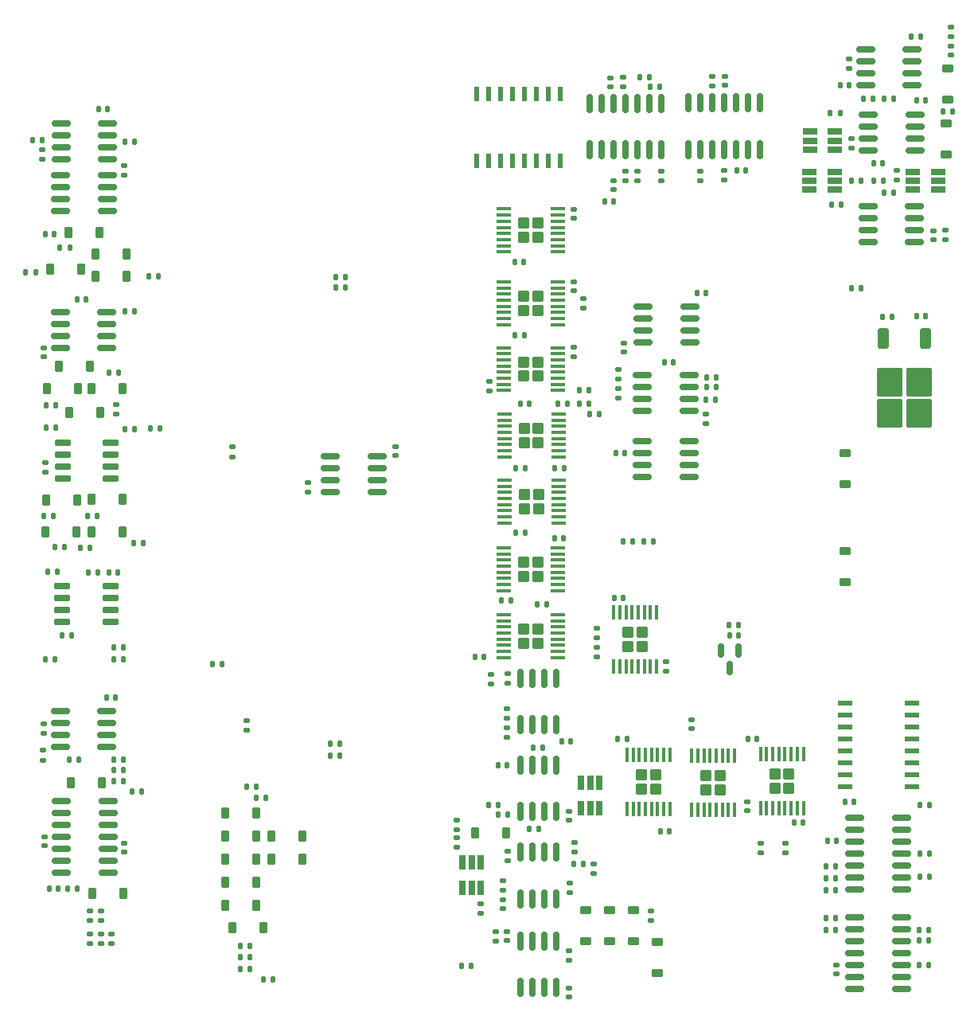
<source format=gbr>
%TF.GenerationSoftware,KiCad,Pcbnew,7.0.10*%
%TF.CreationDate,2024-04-12T22:07:13+02:00*%
%TF.ProjectId,L235-Analog-Processor,4c323335-2d41-46e6-916c-6f672d50726f,rev?*%
%TF.SameCoordinates,Original*%
%TF.FileFunction,Paste,Top*%
%TF.FilePolarity,Positive*%
%FSLAX46Y46*%
G04 Gerber Fmt 4.6, Leading zero omitted, Abs format (unit mm)*
G04 Created by KiCad (PCBNEW 7.0.10) date 2024-04-12 22:07:13*
%MOMM*%
%LPD*%
G01*
G04 APERTURE LIST*
G04 Aperture macros list*
%AMRoundRect*
0 Rectangle with rounded corners*
0 $1 Rounding radius*
0 $2 $3 $4 $5 $6 $7 $8 $9 X,Y pos of 4 corners*
0 Add a 4 corners polygon primitive as box body*
4,1,4,$2,$3,$4,$5,$6,$7,$8,$9,$2,$3,0*
0 Add four circle primitives for the rounded corners*
1,1,$1+$1,$2,$3*
1,1,$1+$1,$4,$5*
1,1,$1+$1,$6,$7*
1,1,$1+$1,$8,$9*
0 Add four rect primitives between the rounded corners*
20,1,$1+$1,$2,$3,$4,$5,0*
20,1,$1+$1,$4,$5,$6,$7,0*
20,1,$1+$1,$6,$7,$8,$9,0*
20,1,$1+$1,$8,$9,$2,$3,0*%
G04 Aperture macros list end*
%ADD10R,0.650000X1.560000*%
%ADD11RoundRect,0.135000X-0.185000X0.135000X-0.185000X-0.135000X0.185000X-0.135000X0.185000X0.135000X0*%
%ADD12RoundRect,0.135000X0.185000X-0.135000X0.185000X0.135000X-0.185000X0.135000X-0.185000X-0.135000X0*%
%ADD13RoundRect,0.140000X-0.170000X0.140000X-0.170000X-0.140000X0.170000X-0.140000X0.170000X0.140000X0*%
%ADD14RoundRect,0.150000X0.825000X0.150000X-0.825000X0.150000X-0.825000X-0.150000X0.825000X-0.150000X0*%
%ADD15RoundRect,0.140000X0.140000X0.170000X-0.140000X0.170000X-0.140000X-0.170000X0.140000X-0.170000X0*%
%ADD16RoundRect,0.135000X-0.135000X-0.185000X0.135000X-0.185000X0.135000X0.185000X-0.135000X0.185000X0*%
%ADD17RoundRect,0.140000X-0.140000X-0.170000X0.140000X-0.170000X0.140000X0.170000X-0.140000X0.170000X0*%
%ADD18RoundRect,0.250001X0.354999X0.354999X-0.354999X0.354999X-0.354999X-0.354999X0.354999X-0.354999X0*%
%ADD19RoundRect,0.100000X0.675000X0.100000X-0.675000X0.100000X-0.675000X-0.100000X0.675000X-0.100000X0*%
%ADD20RoundRect,0.225000X0.225000X0.375000X-0.225000X0.375000X-0.225000X-0.375000X0.225000X-0.375000X0*%
%ADD21RoundRect,0.150000X-0.725000X-0.150000X0.725000X-0.150000X0.725000X0.150000X-0.725000X0.150000X0*%
%ADD22RoundRect,0.250001X0.354999X-0.354999X0.354999X0.354999X-0.354999X0.354999X-0.354999X-0.354999X0*%
%ADD23RoundRect,0.100000X0.100000X-0.675000X0.100000X0.675000X-0.100000X0.675000X-0.100000X-0.675000X0*%
%ADD24RoundRect,0.150000X0.150000X-0.825000X0.150000X0.825000X-0.150000X0.825000X-0.150000X-0.825000X0*%
%ADD25RoundRect,0.225000X-0.375000X0.225000X-0.375000X-0.225000X0.375000X-0.225000X0.375000X0.225000X0*%
%ADD26RoundRect,0.135000X0.135000X0.185000X-0.135000X0.185000X-0.135000X-0.185000X0.135000X-0.185000X0*%
%ADD27RoundRect,0.225000X-0.225000X-0.375000X0.225000X-0.375000X0.225000X0.375000X-0.225000X0.375000X0*%
%ADD28RoundRect,0.140000X0.170000X-0.140000X0.170000X0.140000X-0.170000X0.140000X-0.170000X-0.140000X0*%
%ADD29R,0.600000X1.500000*%
%ADD30RoundRect,0.150000X-0.825000X-0.150000X0.825000X-0.150000X0.825000X0.150000X-0.825000X0.150000X0*%
%ADD31RoundRect,0.150000X-0.150000X0.587500X-0.150000X-0.587500X0.150000X-0.587500X0.150000X0.587500X0*%
%ADD32RoundRect,0.250001X-0.354999X0.354999X-0.354999X-0.354999X0.354999X-0.354999X0.354999X0.354999X0*%
%ADD33RoundRect,0.100000X-0.100000X0.675000X-0.100000X-0.675000X0.100000X-0.675000X0.100000X0.675000X0*%
%ADD34RoundRect,0.150000X-0.150000X0.825000X-0.150000X-0.825000X0.150000X-0.825000X0.150000X0.825000X0*%
%ADD35R,1.560000X0.650000*%
%ADD36RoundRect,0.250000X-0.350000X0.850000X-0.350000X-0.850000X0.350000X-0.850000X0.350000X0.850000X0*%
%ADD37RoundRect,0.250000X-1.125000X1.275000X-1.125000X-1.275000X1.125000X-1.275000X1.125000X1.275000X0*%
%ADD38RoundRect,0.225000X0.375000X-0.225000X0.375000X0.225000X-0.375000X0.225000X-0.375000X-0.225000X0*%
%ADD39R,1.500000X0.600000*%
G04 APERTURE END LIST*
D10*
%TO.C,TR4*%
X191840000Y-117070000D03*
X192790000Y-117070000D03*
X193740000Y-117070000D03*
X193740000Y-114370000D03*
X192790000Y-114370000D03*
X191840000Y-114370000D03*
%TD*%
D11*
%TO.C,R14*%
X195790000Y-72450000D03*
X195790000Y-73470000D03*
%TD*%
D12*
%TO.C,R42*%
X199300000Y-129000000D03*
X199300000Y-127980000D03*
%TD*%
D13*
%TO.C,C25*%
X229350000Y-55690000D03*
X229350000Y-56650000D03*
%TD*%
D14*
%TO.C,U6*%
X227050000Y-40230000D03*
X227050000Y-38960000D03*
X227050000Y-37690000D03*
X227050000Y-36420000D03*
X222100000Y-36420000D03*
X222100000Y-37690000D03*
X222100000Y-38960000D03*
X222100000Y-40230000D03*
%TD*%
D15*
%TO.C,C35*%
X142280000Y-105350000D03*
X141320000Y-105350000D03*
%TD*%
D16*
%TO.C,R87*%
X134830000Y-101250000D03*
X135850000Y-101250000D03*
%TD*%
D17*
%TO.C,C41*%
X143310000Y-76810000D03*
X144270000Y-76810000D03*
%TD*%
D18*
%TO.C,U26*%
X187225000Y-71150000D03*
X187225000Y-69650000D03*
X185725000Y-71150000D03*
X185725000Y-69650000D03*
D19*
X189350000Y-72675000D03*
X189350000Y-72025000D03*
X189350000Y-71375000D03*
X189350000Y-70725000D03*
X189350000Y-70075000D03*
X189350000Y-69425000D03*
X189350000Y-68775000D03*
X189350000Y-68125000D03*
X183600000Y-68125000D03*
X183600000Y-68775000D03*
X183600000Y-69425000D03*
X183600000Y-70075000D03*
X183600000Y-70725000D03*
X183600000Y-71375000D03*
X183600000Y-72025000D03*
X183600000Y-72675000D03*
%TD*%
D20*
%TO.C,D17*%
X162160000Y-122540000D03*
X158860000Y-122540000D03*
%TD*%
D17*
%TO.C,C1*%
X230365000Y-43025000D03*
X231325000Y-43025000D03*
%TD*%
%TO.C,C80*%
X204165000Y-62325000D03*
X205125000Y-62325000D03*
%TD*%
D11*
%TO.C,R35*%
X142350000Y-74140000D03*
X142350000Y-75160000D03*
%TD*%
D16*
%TO.C,R85*%
X134910000Y-76650000D03*
X135930000Y-76650000D03*
%TD*%
D17*
%TO.C,C66*%
X183376000Y-95028000D03*
X184336000Y-95028000D03*
%TD*%
D21*
%TO.C,U15*%
X136600000Y-93440000D03*
X136600000Y-94710000D03*
X136600000Y-95980000D03*
X136600000Y-97250000D03*
X141750000Y-97250000D03*
X141750000Y-95980000D03*
X141750000Y-94710000D03*
X141750000Y-93440000D03*
%TD*%
D22*
%TO.C,U33*%
X205125000Y-115135000D03*
X206625000Y-115135000D03*
X205125000Y-113635000D03*
X206625000Y-113635000D03*
D23*
X203600000Y-117260000D03*
X204250000Y-117260000D03*
X204900000Y-117260000D03*
X205550000Y-117260000D03*
X206200000Y-117260000D03*
X206850000Y-117260000D03*
X207500000Y-117260000D03*
X208150000Y-117260000D03*
X208150000Y-111510000D03*
X207500000Y-111510000D03*
X206850000Y-111510000D03*
X206200000Y-111510000D03*
X205550000Y-111510000D03*
X204900000Y-111510000D03*
X204250000Y-111510000D03*
X203600000Y-111510000D03*
%TD*%
D17*
%TO.C,C50*%
X187186000Y-95434400D03*
X188146000Y-95434400D03*
%TD*%
D24*
%TO.C,U9*%
X185385000Y-126700000D03*
X186655000Y-126700000D03*
X187925000Y-126700000D03*
X189195000Y-126700000D03*
X189195000Y-121750000D03*
X187925000Y-121750000D03*
X186655000Y-121750000D03*
X185385000Y-121750000D03*
%TD*%
D16*
%TO.C,R21*%
X220600000Y-61830000D03*
X221620000Y-61830000D03*
%TD*%
D25*
%TO.C,D21*%
X192328800Y-127942800D03*
X192328800Y-131242800D03*
%TD*%
D18*
%TO.C,U28*%
X187282561Y-85225000D03*
X187282561Y-83725000D03*
X185782561Y-85225000D03*
X185782561Y-83725000D03*
D19*
X189407561Y-86750000D03*
X189407561Y-86100000D03*
X189407561Y-85450000D03*
X189407561Y-84800000D03*
X189407561Y-84150000D03*
X189407561Y-83500000D03*
X189407561Y-82850000D03*
X189407561Y-82200000D03*
X183657561Y-82200000D03*
X183657561Y-82850000D03*
X183657561Y-83500000D03*
X183657561Y-84150000D03*
X183657561Y-84800000D03*
X183657561Y-85450000D03*
X183657561Y-86100000D03*
X183657561Y-86750000D03*
%TD*%
D26*
%TO.C,R72*%
X158244000Y-115978000D03*
X157224000Y-115978000D03*
%TD*%
D17*
%TO.C,C6*%
X183020000Y-117750000D03*
X183980000Y-117750000D03*
%TD*%
D15*
%TO.C,C69*%
X185850000Y-87780000D03*
X184890000Y-87780000D03*
%TD*%
D24*
%TO.C,U10*%
X185385000Y-117450000D03*
X186655000Y-117450000D03*
X187925000Y-117450000D03*
X189195000Y-117450000D03*
X189195000Y-112500000D03*
X187925000Y-112500000D03*
X186655000Y-112500000D03*
X185385000Y-112500000D03*
%TD*%
D26*
%TO.C,R88*%
X133770000Y-60130000D03*
X132750000Y-60130000D03*
%TD*%
D25*
%TO.C,D10*%
X230850000Y-38400000D03*
X230850000Y-41700000D03*
%TD*%
D11*
%TO.C,R24*%
X220600000Y-45880000D03*
X220600000Y-46900000D03*
%TD*%
D16*
%TO.C,R76*%
X158060000Y-135330000D03*
X159080000Y-135330000D03*
%TD*%
%TO.C,R26*%
X222950000Y-50350000D03*
X223970000Y-50350000D03*
%TD*%
D15*
%TO.C,C48*%
X195300000Y-52550000D03*
X194340000Y-52550000D03*
%TD*%
D26*
%TO.C,R5*%
X137410000Y-57525000D03*
X136390000Y-57525000D03*
%TD*%
D16*
%TO.C,R106*%
X227795000Y-130030000D03*
X228815000Y-130030000D03*
%TD*%
%TO.C,R92*%
X152640000Y-101725000D03*
X153660000Y-101725000D03*
%TD*%
%TO.C,R37*%
X144240000Y-88860000D03*
X145260000Y-88860000D03*
%TD*%
D27*
%TO.C,D8*%
X140125000Y-60500000D03*
X143425000Y-60500000D03*
%TD*%
D13*
%TO.C,C28*%
X183980400Y-121698000D03*
X183980400Y-122658000D03*
%TD*%
D17*
%TO.C,C4*%
X141600000Y-92000000D03*
X142560000Y-92000000D03*
%TD*%
%TO.C,C43*%
X207637500Y-98675000D03*
X208597500Y-98675000D03*
%TD*%
D28*
%TO.C,C54*%
X191041600Y-54337200D03*
X191041600Y-53377200D03*
%TD*%
D26*
%TO.C,R3*%
X144277500Y-46227501D03*
X143257500Y-46227501D03*
%TD*%
%TO.C,R23*%
X225111974Y-41685000D03*
X224091974Y-41685000D03*
%TD*%
D11*
%TO.C,R59*%
X141859000Y-130429000D03*
X141859000Y-131449000D03*
%TD*%
D13*
%TO.C,C71*%
X203600000Y-107690000D03*
X203600000Y-108650000D03*
%TD*%
D16*
%TO.C,R75*%
X155573000Y-131699000D03*
X156593000Y-131699000D03*
%TD*%
D11*
%TO.C,R49*%
X178562000Y-120241600D03*
X178562000Y-121261600D03*
%TD*%
D13*
%TO.C,C9*%
X139573000Y-130485000D03*
X139573000Y-131445000D03*
%TD*%
%TO.C,C58*%
X209490000Y-116390000D03*
X209490000Y-117350000D03*
%TD*%
D26*
%TO.C,R63*%
X192695000Y-74050000D03*
X191675000Y-74050000D03*
%TD*%
%TO.C,R108*%
X218920000Y-130020000D03*
X217900000Y-130020000D03*
%TD*%
D28*
%TO.C,C27*%
X190500000Y-137160000D03*
X190500000Y-136200000D03*
%TD*%
D15*
%TO.C,C75*%
X228860000Y-116725000D03*
X227900000Y-116725000D03*
%TD*%
D22*
%TO.C,U32*%
X212447500Y-114935000D03*
X213947500Y-114935000D03*
X212447500Y-113435000D03*
X213947500Y-113435000D03*
D23*
X210922500Y-117060000D03*
X211572500Y-117060000D03*
X212222500Y-117060000D03*
X212872500Y-117060000D03*
X213522500Y-117060000D03*
X214172500Y-117060000D03*
X214822500Y-117060000D03*
X215472500Y-117060000D03*
X215472500Y-111310000D03*
X214822500Y-111310000D03*
X214172500Y-111310000D03*
X213522500Y-111310000D03*
X212872500Y-111310000D03*
X212222500Y-111310000D03*
X211572500Y-111310000D03*
X210922500Y-111310000D03*
%TD*%
D17*
%TO.C,C76*%
X227815000Y-133750000D03*
X228775000Y-133750000D03*
%TD*%
D13*
%TO.C,C24*%
X162790000Y-82480000D03*
X162790000Y-83440000D03*
%TD*%
D29*
%TO.C,U19*%
X189572500Y-41185000D03*
X188302500Y-41185000D03*
X187032500Y-41185000D03*
X185762500Y-41185000D03*
X184492500Y-41185000D03*
X183222500Y-41185000D03*
X181952500Y-41185000D03*
X180682500Y-41185000D03*
X180682500Y-48285000D03*
X181952500Y-48285000D03*
X183222500Y-48285000D03*
X184492500Y-48285000D03*
X185762500Y-48285000D03*
X187032500Y-48285000D03*
X188302500Y-48285000D03*
X189572500Y-48285000D03*
%TD*%
D10*
%TO.C,TR3*%
X181125000Y-122850000D03*
X180175000Y-122850000D03*
X179225000Y-122850000D03*
X179225000Y-125550000D03*
X180175000Y-125550000D03*
X181125000Y-125550000D03*
%TD*%
D18*
%TO.C,U24*%
X187275000Y-78200000D03*
X187275000Y-76700000D03*
X185775000Y-78200000D03*
X185775000Y-76700000D03*
D19*
X189400000Y-79725000D03*
X189400000Y-79075000D03*
X189400000Y-78425000D03*
X189400000Y-77775000D03*
X189400000Y-77125000D03*
X189400000Y-76475000D03*
X189400000Y-75825000D03*
X189400000Y-75175000D03*
X183650000Y-75175000D03*
X183650000Y-75825000D03*
X183650000Y-76475000D03*
X183650000Y-77125000D03*
X183650000Y-77775000D03*
X183650000Y-78425000D03*
X183650000Y-79075000D03*
X183650000Y-79725000D03*
%TD*%
D25*
%TO.C,D20*%
X194868800Y-127968200D03*
X194868800Y-131268200D03*
%TD*%
D28*
%TO.C,C37*%
X143170000Y-121770000D03*
X143170000Y-120810000D03*
%TD*%
D15*
%TO.C,C52*%
X185860000Y-80900000D03*
X184900000Y-80900000D03*
%TD*%
D17*
%TO.C,C16*%
X134820000Y-56050000D03*
X135780000Y-56050000D03*
%TD*%
D12*
%TO.C,R101*%
X193500000Y-98950000D03*
X193500000Y-97930000D03*
%TD*%
D15*
%TO.C,C22*%
X227920000Y-35030000D03*
X226960000Y-35030000D03*
%TD*%
D17*
%TO.C,C60*%
X195725000Y-109700000D03*
X196685000Y-109700000D03*
%TD*%
D13*
%TO.C,C14*%
X134680000Y-68140000D03*
X134680000Y-69100000D03*
%TD*%
D28*
%TO.C,C77*%
X218950000Y-134710000D03*
X218950000Y-133750000D03*
%TD*%
D26*
%TO.C,R107*%
X228835000Y-131180000D03*
X227815000Y-131180000D03*
%TD*%
D30*
%TO.C,U29*%
X220975000Y-118095000D03*
X220975000Y-119365000D03*
X220975000Y-120635000D03*
X220975000Y-121905000D03*
X220975000Y-123175000D03*
X220975000Y-124445000D03*
X220975000Y-125715000D03*
X225925000Y-125715000D03*
X225925000Y-124445000D03*
X225925000Y-123175000D03*
X225925000Y-121905000D03*
X225925000Y-120635000D03*
X225925000Y-119365000D03*
X225925000Y-118095000D03*
%TD*%
D11*
%TO.C,R22*%
X225450000Y-49290000D03*
X225450000Y-50310000D03*
%TD*%
D26*
%TO.C,R94*%
X200152500Y-40360000D03*
X199132500Y-40360000D03*
%TD*%
D16*
%TO.C,R1*%
X133477500Y-46050000D03*
X134497500Y-46050000D03*
%TD*%
D13*
%TO.C,C36*%
X134770000Y-120120000D03*
X134770000Y-121080000D03*
%TD*%
D31*
%TO.C,U18*%
X208600000Y-100300000D03*
X206700000Y-100300000D03*
X207650000Y-102175000D03*
%TD*%
D16*
%TO.C,R105*%
X227905000Y-124405000D03*
X228925000Y-124405000D03*
%TD*%
D17*
%TO.C,C8*%
X142140000Y-111900000D03*
X143100000Y-111900000D03*
%TD*%
D15*
%TO.C,C46*%
X209335000Y-49300000D03*
X208375000Y-49300000D03*
%TD*%
D26*
%TO.C,R20*%
X144272000Y-64262000D03*
X143252000Y-64262000D03*
%TD*%
D17*
%TO.C,C64*%
X180554000Y-100997000D03*
X181514000Y-100997000D03*
%TD*%
D14*
%TO.C,U30*%
X225900000Y-136270000D03*
X225900000Y-135000000D03*
X225900000Y-133730000D03*
X225900000Y-132460000D03*
X225900000Y-131190000D03*
X225900000Y-129920000D03*
X225900000Y-128650000D03*
X220950000Y-128650000D03*
X220950000Y-129920000D03*
X220950000Y-131190000D03*
X220950000Y-132460000D03*
X220950000Y-133730000D03*
X220950000Y-135000000D03*
X220950000Y-136270000D03*
%TD*%
D11*
%TO.C,R13*%
X195790000Y-70450000D03*
X195790000Y-71470000D03*
%TD*%
D16*
%TO.C,R84*%
X135058000Y-91980000D03*
X136078000Y-91980000D03*
%TD*%
%TO.C,R54*%
X186720000Y-110640000D03*
X187740000Y-110640000D03*
%TD*%
D20*
%TO.C,D31*%
X138190000Y-84290000D03*
X134890000Y-84290000D03*
%TD*%
D26*
%TO.C,R90*%
X199110000Y-39400000D03*
X198090000Y-39400000D03*
%TD*%
D13*
%TO.C,C67*%
X182030000Y-71740000D03*
X182030000Y-72700000D03*
%TD*%
D18*
%TO.C,U23*%
X187200000Y-99525000D03*
X187200000Y-98025000D03*
X185700000Y-99525000D03*
X185700000Y-98025000D03*
D19*
X189325000Y-101050000D03*
X189325000Y-100400000D03*
X189325000Y-99750000D03*
X189325000Y-99100000D03*
X189325000Y-98450000D03*
X189325000Y-97800000D03*
X189325000Y-97150000D03*
X189325000Y-96500000D03*
X183575000Y-96500000D03*
X183575000Y-97150000D03*
X183575000Y-97800000D03*
X183575000Y-98450000D03*
X183575000Y-99100000D03*
X183575000Y-99750000D03*
X183575000Y-100400000D03*
X183575000Y-101050000D03*
%TD*%
D16*
%TO.C,R79*%
X137160000Y-125603000D03*
X138180000Y-125603000D03*
%TD*%
D20*
%TO.C,D11*%
X157240000Y-122530000D03*
X153940000Y-122530000D03*
%TD*%
D30*
%TO.C,U7*%
X165175000Y-79645000D03*
X165175000Y-80915000D03*
X165175000Y-82185000D03*
X165175000Y-83455000D03*
X170125000Y-83455000D03*
X170125000Y-82185000D03*
X170125000Y-80915000D03*
X170125000Y-79645000D03*
%TD*%
D28*
%TO.C,C63*%
X191020000Y-62060000D03*
X191020000Y-61100000D03*
%TD*%
D20*
%TO.C,D1*%
X139600000Y-70080000D03*
X136300000Y-70080000D03*
%TD*%
D11*
%TO.C,R27*%
X230600000Y-55650000D03*
X230600000Y-56670000D03*
%TD*%
D15*
%TO.C,C21*%
X220350000Y-40240000D03*
X219390000Y-40240000D03*
%TD*%
D24*
%TO.C,U8*%
X185385000Y-136150000D03*
X186655000Y-136150000D03*
X187925000Y-136150000D03*
X189195000Y-136150000D03*
X189195000Y-131200000D03*
X187925000Y-131200000D03*
X186655000Y-131200000D03*
X185385000Y-131200000D03*
%TD*%
D20*
%TO.C,D13*%
X157270000Y-124950000D03*
X153970000Y-124950000D03*
%TD*%
D28*
%TO.C,C5*%
X183500000Y-127780000D03*
X183500000Y-126820000D03*
%TD*%
D16*
%TO.C,R66*%
X165730000Y-60600000D03*
X166750000Y-60600000D03*
%TD*%
D32*
%TO.C,U34*%
X198325000Y-98375000D03*
X196825000Y-98375000D03*
X198325000Y-99875000D03*
X196825000Y-99875000D03*
D33*
X199850000Y-96250000D03*
X199200000Y-96250000D03*
X198550000Y-96250000D03*
X197900000Y-96250000D03*
X197250000Y-96250000D03*
X196600000Y-96250000D03*
X195950000Y-96250000D03*
X195300000Y-96250000D03*
X195300000Y-102000000D03*
X195950000Y-102000000D03*
X196600000Y-102000000D03*
X197250000Y-102000000D03*
X197900000Y-102000000D03*
X198550000Y-102000000D03*
X199200000Y-102000000D03*
X199850000Y-102000000D03*
%TD*%
D26*
%TO.C,R69*%
X143160000Y-113050000D03*
X142140000Y-113050000D03*
%TD*%
D16*
%TO.C,R38*%
X138530000Y-89420000D03*
X139550000Y-89420000D03*
%TD*%
D26*
%TO.C,R17*%
X199500000Y-88700000D03*
X198480000Y-88700000D03*
%TD*%
D15*
%TO.C,C65*%
X189969600Y-88373200D03*
X189009600Y-88373200D03*
%TD*%
%TO.C,C12*%
X141440000Y-42785000D03*
X140480000Y-42785000D03*
%TD*%
D13*
%TO.C,C44*%
X194925000Y-39445000D03*
X194925000Y-40405000D03*
%TD*%
D15*
%TO.C,C10*%
X136170000Y-125603000D03*
X135210000Y-125603000D03*
%TD*%
D12*
%TO.C,R112*%
X210937500Y-121850000D03*
X210937500Y-120830000D03*
%TD*%
D30*
%TO.C,U1*%
X136490000Y-44245000D03*
X136490000Y-45515000D03*
X136490000Y-46785000D03*
X136490000Y-48055000D03*
X141440000Y-48055000D03*
X141440000Y-46785000D03*
X141440000Y-45515000D03*
X141440000Y-44245000D03*
%TD*%
D26*
%TO.C,R34*%
X147010000Y-76700000D03*
X145990000Y-76700000D03*
%TD*%
D15*
%TO.C,C30*%
X183935000Y-112525000D03*
X182975000Y-112525000D03*
%TD*%
%TO.C,C49*%
X185700000Y-59000000D03*
X184740000Y-59000000D03*
%TD*%
D30*
%TO.C,U2*%
X136415000Y-64310000D03*
X136415000Y-65580000D03*
X136415000Y-66850000D03*
X136415000Y-68120000D03*
X141365000Y-68120000D03*
X141365000Y-66850000D03*
X141365000Y-65580000D03*
X141365000Y-64310000D03*
%TD*%
D26*
%TO.C,R29*%
X221620000Y-50400000D03*
X220600000Y-50400000D03*
%TD*%
D16*
%TO.C,R32*%
X218490000Y-52900000D03*
X219510000Y-52900000D03*
%TD*%
%TO.C,R61*%
X227905000Y-121905000D03*
X228925000Y-121905000D03*
%TD*%
D12*
%TO.C,R58*%
X183950000Y-109550000D03*
X183950000Y-108530000D03*
%TD*%
%TO.C,R33*%
X231200000Y-35020000D03*
X231200000Y-34000000D03*
%TD*%
D16*
%TO.C,R74*%
X155563000Y-132949000D03*
X156583000Y-132949000D03*
%TD*%
D26*
%TO.C,R52*%
X182975000Y-116750000D03*
X181955000Y-116750000D03*
%TD*%
D15*
%TO.C,C56*%
X220880000Y-116420000D03*
X219920000Y-116420000D03*
%TD*%
D27*
%TO.C,D32*%
X134800000Y-87690000D03*
X138100000Y-87690000D03*
%TD*%
D28*
%TO.C,C2*%
X231200000Y-37000000D03*
X231200000Y-36040000D03*
%TD*%
D12*
%TO.C,R103*%
X192100000Y-63960000D03*
X192100000Y-62940000D03*
%TD*%
D13*
%TO.C,C29*%
X190584400Y-125078800D03*
X190584400Y-126038800D03*
%TD*%
D28*
%TO.C,C73*%
X200900000Y-102500000D03*
X200900000Y-101540000D03*
%TD*%
D26*
%TO.C,R10*%
X206190000Y-71260000D03*
X205170000Y-71260000D03*
%TD*%
D16*
%TO.C,R19*%
X145830000Y-60560000D03*
X146850000Y-60560000D03*
%TD*%
D15*
%TO.C,C70*%
X210560000Y-109750000D03*
X209600000Y-109750000D03*
%TD*%
%TO.C,C68*%
X185780000Y-66800000D03*
X184820000Y-66800000D03*
%TD*%
D12*
%TO.C,R113*%
X213537500Y-121870000D03*
X213537500Y-120850000D03*
%TD*%
D15*
%TO.C,C19*%
X223904000Y-48495200D03*
X222944000Y-48495200D03*
%TD*%
D16*
%TO.C,R31*%
X221850000Y-41650000D03*
X222870000Y-41650000D03*
%TD*%
D26*
%TO.C,R104*%
X192685000Y-72650000D03*
X191665000Y-72650000D03*
%TD*%
D27*
%TO.C,D2*%
X134960000Y-72470000D03*
X138260000Y-72470000D03*
%TD*%
D30*
%TO.C,U14*%
X198450000Y-63740000D03*
X198450000Y-65010000D03*
X198450000Y-66280000D03*
X198450000Y-67550000D03*
X203400000Y-67550000D03*
X203400000Y-66280000D03*
X203400000Y-65010000D03*
X203400000Y-63740000D03*
%TD*%
D14*
%TO.C,U5*%
X227350000Y-47155000D03*
X227350000Y-45885000D03*
X227350000Y-44615000D03*
X227350000Y-43345000D03*
X222400000Y-43345000D03*
X222400000Y-44615000D03*
X222400000Y-45885000D03*
X222400000Y-47155000D03*
%TD*%
D12*
%TO.C,R28*%
X220350000Y-38400000D03*
X220350000Y-37380000D03*
%TD*%
D11*
%TO.C,R78*%
X140716000Y-130425000D03*
X140716000Y-131445000D03*
%TD*%
D13*
%TO.C,C42*%
X134820000Y-80360000D03*
X134820000Y-81320000D03*
%TD*%
D20*
%TO.C,D16*%
X157250000Y-127380000D03*
X153950000Y-127380000D03*
%TD*%
D11*
%TO.C,R98*%
X197835000Y-49315000D03*
X197835000Y-50335000D03*
%TD*%
D27*
%TO.C,D7*%
X140125000Y-58200000D03*
X143425000Y-58200000D03*
%TD*%
D16*
%TO.C,R30*%
X218350000Y-43150000D03*
X219370000Y-43150000D03*
%TD*%
D26*
%TO.C,R102*%
X190400000Y-74050000D03*
X189380000Y-74050000D03*
%TD*%
D20*
%TO.C,D14*%
X157265000Y-120030000D03*
X153965000Y-120030000D03*
%TD*%
D30*
%TO.C,U3*%
X136477500Y-49740000D03*
X136477500Y-51010000D03*
X136477500Y-52280000D03*
X136477500Y-53550000D03*
X141427500Y-53550000D03*
X141427500Y-52280000D03*
X141427500Y-51010000D03*
X141427500Y-49740000D03*
%TD*%
D27*
%TO.C,D4*%
X139757500Y-72490000D03*
X143057500Y-72490000D03*
%TD*%
D26*
%TO.C,R8*%
X142590000Y-70740000D03*
X141570000Y-70740000D03*
%TD*%
D24*
%TO.C,U20*%
X192765000Y-47085000D03*
X194035000Y-47085000D03*
X195305000Y-47085000D03*
X196575000Y-47085000D03*
X197845000Y-47085000D03*
X199115000Y-47085000D03*
X200385000Y-47085000D03*
X200385000Y-42135000D03*
X199115000Y-42135000D03*
X197845000Y-42135000D03*
X196575000Y-42135000D03*
X195305000Y-42135000D03*
X194035000Y-42135000D03*
X192765000Y-42135000D03*
%TD*%
D12*
%TO.C,R43*%
X181160000Y-128270000D03*
X181160000Y-127250000D03*
%TD*%
D16*
%TO.C,R109*%
X217880000Y-128770000D03*
X218900000Y-128770000D03*
%TD*%
D18*
%TO.C,U22*%
X187225000Y-56400000D03*
X187225000Y-54900000D03*
X185725000Y-56400000D03*
X185725000Y-54900000D03*
D19*
X189350000Y-57925000D03*
X189350000Y-57275000D03*
X189350000Y-56625000D03*
X189350000Y-55975000D03*
X189350000Y-55325000D03*
X189350000Y-54675000D03*
X189350000Y-54025000D03*
X189350000Y-53375000D03*
X183600000Y-53375000D03*
X183600000Y-54025000D03*
X183600000Y-54675000D03*
X183600000Y-55325000D03*
X183600000Y-55975000D03*
X183600000Y-56625000D03*
X183600000Y-57275000D03*
X183600000Y-57925000D03*
%TD*%
D15*
%TO.C,C13*%
X139136000Y-62992000D03*
X138176000Y-62992000D03*
%TD*%
D12*
%TO.C,R68*%
X134550000Y-111970000D03*
X134550000Y-110950000D03*
%TD*%
%TO.C,R67*%
X134700000Y-109155000D03*
X134700000Y-108135000D03*
%TD*%
%TO.C,R40*%
X190550000Y-133250000D03*
X190550000Y-132230000D03*
%TD*%
D16*
%TO.C,R81*%
X142140000Y-114200000D03*
X143160000Y-114200000D03*
%TD*%
D27*
%TO.C,D19*%
X137500000Y-114350000D03*
X140800000Y-114350000D03*
%TD*%
D20*
%TO.C,D29*%
X143000000Y-84270000D03*
X139700000Y-84270000D03*
%TD*%
D17*
%TO.C,C82*%
X195530000Y-79342500D03*
X196490000Y-79342500D03*
%TD*%
D18*
%TO.C,U27*%
X187225000Y-64150000D03*
X187225000Y-62650000D03*
X185725000Y-64150000D03*
X185725000Y-62650000D03*
D19*
X189350000Y-65675000D03*
X189350000Y-65025000D03*
X189350000Y-64375000D03*
X189350000Y-63725000D03*
X189350000Y-63075000D03*
X189350000Y-62425000D03*
X189350000Y-61775000D03*
X189350000Y-61125000D03*
X183600000Y-61125000D03*
X183600000Y-61775000D03*
X183600000Y-62425000D03*
X183600000Y-63075000D03*
X183600000Y-63725000D03*
X183600000Y-64375000D03*
X183600000Y-65025000D03*
X183600000Y-65675000D03*
%TD*%
D27*
%TO.C,D22*%
X139829000Y-126111000D03*
X143129000Y-126111000D03*
%TD*%
D26*
%TO.C,R18*%
X197330000Y-88700000D03*
X196310000Y-88700000D03*
%TD*%
D20*
%TO.C,D6*%
X140550000Y-55875000D03*
X137250000Y-55875000D03*
%TD*%
D15*
%TO.C,C20*%
X228481200Y-41840400D03*
X227521200Y-41840400D03*
%TD*%
D27*
%TO.C,D12*%
X158877500Y-120020000D03*
X162177500Y-120020000D03*
%TD*%
D15*
%TO.C,C61*%
X228510000Y-64775000D03*
X227550000Y-64775000D03*
%TD*%
D30*
%TO.C,U13*%
X136525000Y-116317500D03*
X136525000Y-117587500D03*
X136525000Y-118857500D03*
X136525000Y-120127500D03*
X136525000Y-121397500D03*
X136525000Y-122667500D03*
X136525000Y-123937500D03*
X141475000Y-123937500D03*
X141475000Y-122667500D03*
X141475000Y-121397500D03*
X141475000Y-120127500D03*
X141475000Y-118857500D03*
X141475000Y-117587500D03*
X141475000Y-116317500D03*
%TD*%
D16*
%TO.C,R25*%
X224060000Y-51650000D03*
X225080000Y-51650000D03*
%TD*%
D15*
%TO.C,C40*%
X137600000Y-98750000D03*
X136640000Y-98750000D03*
%TD*%
D11*
%TO.C,R50*%
X178562000Y-118362000D03*
X178562000Y-119382000D03*
%TD*%
D16*
%TO.C,R36*%
X139325000Y-86000000D03*
X140345000Y-86000000D03*
%TD*%
D14*
%TO.C,U4*%
X203290000Y-74860000D03*
X203290000Y-73590000D03*
X203290000Y-72320000D03*
X203290000Y-71050000D03*
X198340000Y-71050000D03*
X198340000Y-72320000D03*
X198340000Y-73590000D03*
X198340000Y-74860000D03*
%TD*%
D17*
%TO.C,C34*%
X137400000Y-111900000D03*
X138360000Y-111900000D03*
%TD*%
%TO.C,C51*%
X185380000Y-74090000D03*
X186340000Y-74090000D03*
%TD*%
D13*
%TO.C,C45*%
X195300000Y-50345000D03*
X195300000Y-51305000D03*
%TD*%
D26*
%TO.C,R71*%
X145034000Y-115316000D03*
X144014000Y-115316000D03*
%TD*%
D15*
%TO.C,C55*%
X190010000Y-80950000D03*
X189050000Y-80950000D03*
%TD*%
D12*
%TO.C,R99*%
X196585000Y-50335000D03*
X196585000Y-49315000D03*
%TD*%
%TO.C,R97*%
X204535000Y-50355000D03*
X204535000Y-49335000D03*
%TD*%
D17*
%TO.C,C57*%
X214465000Y-118650000D03*
X215425000Y-118650000D03*
%TD*%
%TO.C,C59*%
X200280000Y-119535000D03*
X201240000Y-119535000D03*
%TD*%
D26*
%TO.C,R9*%
X206190000Y-72260000D03*
X205170000Y-72260000D03*
%TD*%
D17*
%TO.C,C81*%
X200690000Y-69650000D03*
X201650000Y-69650000D03*
%TD*%
D16*
%TO.C,R70*%
X156208000Y-114808000D03*
X157228000Y-114808000D03*
%TD*%
D26*
%TO.C,R111*%
X166125000Y-111500000D03*
X165105000Y-111500000D03*
%TD*%
%TO.C,R65*%
X166750000Y-61700000D03*
X165730000Y-61700000D03*
%TD*%
D16*
%TO.C,R39*%
X142090000Y-100000000D03*
X143110000Y-100000000D03*
%TD*%
D34*
%TO.C,U21*%
X210885000Y-42085000D03*
X209615000Y-42085000D03*
X208345000Y-42085000D03*
X207075000Y-42085000D03*
X205805000Y-42085000D03*
X204535000Y-42085000D03*
X203265000Y-42085000D03*
X203265000Y-47035000D03*
X204535000Y-47035000D03*
X205805000Y-47035000D03*
X207075000Y-47035000D03*
X208345000Y-47035000D03*
X209615000Y-47035000D03*
X210885000Y-47035000D03*
%TD*%
D35*
%TO.C,TR2*%
X218800000Y-51300000D03*
X218800000Y-50350000D03*
X218800000Y-49400000D03*
X216100000Y-49400000D03*
X216100000Y-50350000D03*
X216100000Y-51300000D03*
%TD*%
D26*
%TO.C,R64*%
X193775000Y-75150000D03*
X192755000Y-75150000D03*
%TD*%
D20*
%TO.C,D15*%
X157275000Y-117605000D03*
X153975000Y-117605000D03*
%TD*%
D18*
%TO.C,U25*%
X187250000Y-92425000D03*
X187250000Y-90925000D03*
X185750000Y-92425000D03*
X185750000Y-90925000D03*
D19*
X189375000Y-93950000D03*
X189375000Y-93300000D03*
X189375000Y-92650000D03*
X189375000Y-92000000D03*
X189375000Y-91350000D03*
X189375000Y-90700000D03*
X189375000Y-90050000D03*
X189375000Y-89400000D03*
X183625000Y-89400000D03*
X183625000Y-90050000D03*
X183625000Y-90700000D03*
X183625000Y-91350000D03*
X183625000Y-92000000D03*
X183625000Y-92650000D03*
X183625000Y-93300000D03*
X183625000Y-93950000D03*
%TD*%
D36*
%TO.C,U36*%
X228505000Y-67125000D03*
D37*
X227750000Y-71750000D03*
X224700000Y-71750000D03*
X227750000Y-75100000D03*
X224700000Y-75100000D03*
D36*
X223945000Y-67125000D03*
%TD*%
D27*
%TO.C,D26*%
X180517800Y-119684800D03*
X183817800Y-119684800D03*
%TD*%
D16*
%TO.C,R2*%
X207580000Y-97575000D03*
X208600000Y-97575000D03*
%TD*%
D26*
%TO.C,R89*%
X136860000Y-89350000D03*
X135840000Y-89350000D03*
%TD*%
%TO.C,R73*%
X156593000Y-134199000D03*
X155573000Y-134199000D03*
%TD*%
D16*
%TO.C,R7*%
X134872000Y-74270000D03*
X135892000Y-74270000D03*
%TD*%
D20*
%TO.C,D3*%
X140680000Y-74970000D03*
X137380000Y-74970000D03*
%TD*%
D38*
%TO.C,D9*%
X230675000Y-47600000D03*
X230675000Y-44300000D03*
%TD*%
D24*
%TO.C,U11*%
X185385000Y-108200000D03*
X186655000Y-108200000D03*
X187925000Y-108200000D03*
X189195000Y-108200000D03*
X189195000Y-103250000D03*
X187925000Y-103250000D03*
X186655000Y-103250000D03*
X185385000Y-103250000D03*
%TD*%
D27*
%TO.C,D18*%
X154686000Y-129794000D03*
X157986000Y-129794000D03*
%TD*%
D39*
%TO.C,U31*%
X227000000Y-114790000D03*
X227000000Y-113520000D03*
X227000000Y-112250000D03*
X227000000Y-110980000D03*
X227000000Y-109710000D03*
X227000000Y-108440000D03*
X227000000Y-107170000D03*
X227000000Y-105900000D03*
X219900000Y-105900000D03*
X219900000Y-107170000D03*
X219900000Y-108440000D03*
X219900000Y-109710000D03*
X219900000Y-110980000D03*
X219900000Y-112250000D03*
X219900000Y-113520000D03*
X219900000Y-114790000D03*
%TD*%
D28*
%TO.C,C53*%
X191075000Y-69050000D03*
X191075000Y-68090000D03*
%TD*%
D26*
%TO.C,R82*%
X143110000Y-101270000D03*
X142090000Y-101270000D03*
%TD*%
D35*
%TO.C,TR5*%
X229800000Y-51300000D03*
X229800000Y-50350000D03*
X229800000Y-49400000D03*
X227100000Y-49400000D03*
X227100000Y-50350000D03*
X227100000Y-51300000D03*
%TD*%
D28*
%TO.C,C47*%
X207100000Y-40250000D03*
X207100000Y-39290000D03*
%TD*%
%TO.C,C15*%
X143177500Y-49750000D03*
X143177500Y-48790000D03*
%TD*%
D11*
%TO.C,R46*%
X191090000Y-120750000D03*
X191090000Y-121770000D03*
%TD*%
D12*
%TO.C,R51*%
X182225000Y-103870000D03*
X182225000Y-102850000D03*
%TD*%
D26*
%TO.C,R16*%
X218920000Y-124520000D03*
X217900000Y-124520000D03*
%TD*%
D21*
%TO.C,U17*%
X136655000Y-78250000D03*
X136655000Y-79520000D03*
X136655000Y-80790000D03*
X136655000Y-82060000D03*
X141805000Y-82060000D03*
X141805000Y-80790000D03*
X141805000Y-79520000D03*
X141805000Y-78250000D03*
%TD*%
D25*
%TO.C,D23*%
X199900000Y-131300000D03*
X199900000Y-134600000D03*
%TD*%
D16*
%TO.C,R45*%
X179105000Y-133850000D03*
X180125000Y-133850000D03*
%TD*%
D27*
%TO.C,D30*%
X139750000Y-87690000D03*
X143050000Y-87690000D03*
%TD*%
D13*
%TO.C,C31*%
X190500000Y-117436000D03*
X190500000Y-118396000D03*
%TD*%
D11*
%TO.C,R48*%
X193125000Y-123015000D03*
X193125000Y-124035000D03*
%TD*%
D27*
%TO.C,D5*%
X135340000Y-59750000D03*
X138640000Y-59750000D03*
%TD*%
D16*
%TO.C,R15*%
X217900000Y-123270000D03*
X218920000Y-123270000D03*
%TD*%
%TO.C,R110*%
X165130000Y-110250000D03*
X166150000Y-110250000D03*
%TD*%
%TO.C,R53*%
X186280000Y-119250000D03*
X187300000Y-119250000D03*
%TD*%
D11*
%TO.C,R12*%
X205115000Y-75180000D03*
X205115000Y-76200000D03*
%TD*%
D28*
%TO.C,C26*%
X183900000Y-131160000D03*
X183900000Y-130200000D03*
%TD*%
D16*
%TO.C,R60*%
X217900000Y-125770000D03*
X218920000Y-125770000D03*
%TD*%
D14*
%TO.C,U12*%
X141370000Y-110540000D03*
X141370000Y-109270000D03*
X141370000Y-108000000D03*
X141370000Y-106730000D03*
X136420000Y-106730000D03*
X136420000Y-108000000D03*
X136420000Y-109270000D03*
X136420000Y-110540000D03*
%TD*%
D26*
%TO.C,R11*%
X206110000Y-73650000D03*
X205090000Y-73650000D03*
%TD*%
D15*
%TO.C,C74*%
X218985000Y-120575000D03*
X218025000Y-120575000D03*
%TD*%
D28*
%TO.C,C23*%
X172110000Y-79610000D03*
X172110000Y-78650000D03*
%TD*%
D12*
%TO.C,R91*%
X156210000Y-108762800D03*
X156210000Y-107742800D03*
%TD*%
D16*
%TO.C,R4*%
X139380000Y-92000000D03*
X140400000Y-92000000D03*
%TD*%
D13*
%TO.C,C32*%
X184060000Y-102815000D03*
X184060000Y-103775000D03*
%TD*%
D11*
%TO.C,R95*%
X205785000Y-39275000D03*
X205785000Y-40295000D03*
%TD*%
D12*
%TO.C,R96*%
X207085000Y-50305000D03*
X207085000Y-49285000D03*
%TD*%
D25*
%TO.C,D33*%
X219925000Y-89775000D03*
X219925000Y-93075000D03*
%TD*%
D28*
%TO.C,C78*%
X196400000Y-68575000D03*
X196400000Y-67615000D03*
%TD*%
D25*
%TO.C,D25*%
X197383400Y-127967200D03*
X197383400Y-131267200D03*
%TD*%
D12*
%TO.C,R100*%
X193500000Y-100970000D03*
X193500000Y-99950000D03*
%TD*%
D35*
%TO.C,TR1*%
X218850000Y-47050000D03*
X218850000Y-46100000D03*
X218850000Y-45150000D03*
X216150000Y-45150000D03*
X216150000Y-46100000D03*
X216150000Y-47050000D03*
%TD*%
D15*
%TO.C,C62*%
X224895000Y-64825000D03*
X223935000Y-64825000D03*
%TD*%
D12*
%TO.C,R83*%
X196274000Y-40420000D03*
X196274000Y-39400000D03*
%TD*%
D13*
%TO.C,C11*%
X134477500Y-47090000D03*
X134477500Y-48050000D03*
%TD*%
D16*
%TO.C,R47*%
X191055000Y-122985000D03*
X192075000Y-122985000D03*
%TD*%
D14*
%TO.C,U37*%
X227300000Y-56920000D03*
X227300000Y-55650000D03*
X227300000Y-54380000D03*
X227300000Y-53110000D03*
X222350000Y-53110000D03*
X222350000Y-54380000D03*
X222350000Y-55650000D03*
X222350000Y-56920000D03*
%TD*%
D22*
%TO.C,U35*%
X198240000Y-115060000D03*
X199740000Y-115060000D03*
X198240000Y-113560000D03*
X199740000Y-113560000D03*
D23*
X196715000Y-117185000D03*
X197365000Y-117185000D03*
X198015000Y-117185000D03*
X198665000Y-117185000D03*
X199315000Y-117185000D03*
X199965000Y-117185000D03*
X200615000Y-117185000D03*
X201265000Y-117185000D03*
X201265000Y-111435000D03*
X200615000Y-111435000D03*
X199965000Y-111435000D03*
X199315000Y-111435000D03*
X198665000Y-111435000D03*
X198015000Y-111435000D03*
X197365000Y-111435000D03*
X196715000Y-111435000D03*
%TD*%
D17*
%TO.C,C33*%
X189750000Y-109940000D03*
X190710000Y-109940000D03*
%TD*%
D12*
%TO.C,R57*%
X183950000Y-107550000D03*
X183950000Y-106530000D03*
%TD*%
D14*
%TO.C,U16*%
X203300000Y-81890000D03*
X203300000Y-80620000D03*
X203300000Y-79350000D03*
X203300000Y-78080000D03*
X198350000Y-78080000D03*
X198350000Y-79350000D03*
X198350000Y-80620000D03*
X198350000Y-81890000D03*
%TD*%
D11*
%TO.C,R62*%
X200385000Y-49315000D03*
X200385000Y-50335000D03*
%TD*%
D38*
%TO.C,D34*%
X219950000Y-82600000D03*
X219950000Y-79300000D03*
%TD*%
D11*
%TO.C,R80*%
X139573000Y-128014000D03*
X139573000Y-129034000D03*
%TD*%
D16*
%TO.C,R86*%
X134670000Y-86000000D03*
X135690000Y-86000000D03*
%TD*%
D15*
%TO.C,C72*%
X196300000Y-94700000D03*
X195340000Y-94700000D03*
%TD*%
D12*
%TO.C,R93*%
X154750000Y-79710000D03*
X154750000Y-78690000D03*
%TD*%
%TO.C,R41*%
X182740000Y-131240000D03*
X182740000Y-130220000D03*
%TD*%
%TO.C,R44*%
X183500000Y-125798800D03*
X183500000Y-124778800D03*
%TD*%
%TO.C,R77*%
X140716000Y-129034000D03*
X140716000Y-128014000D03*
%TD*%
M02*

</source>
